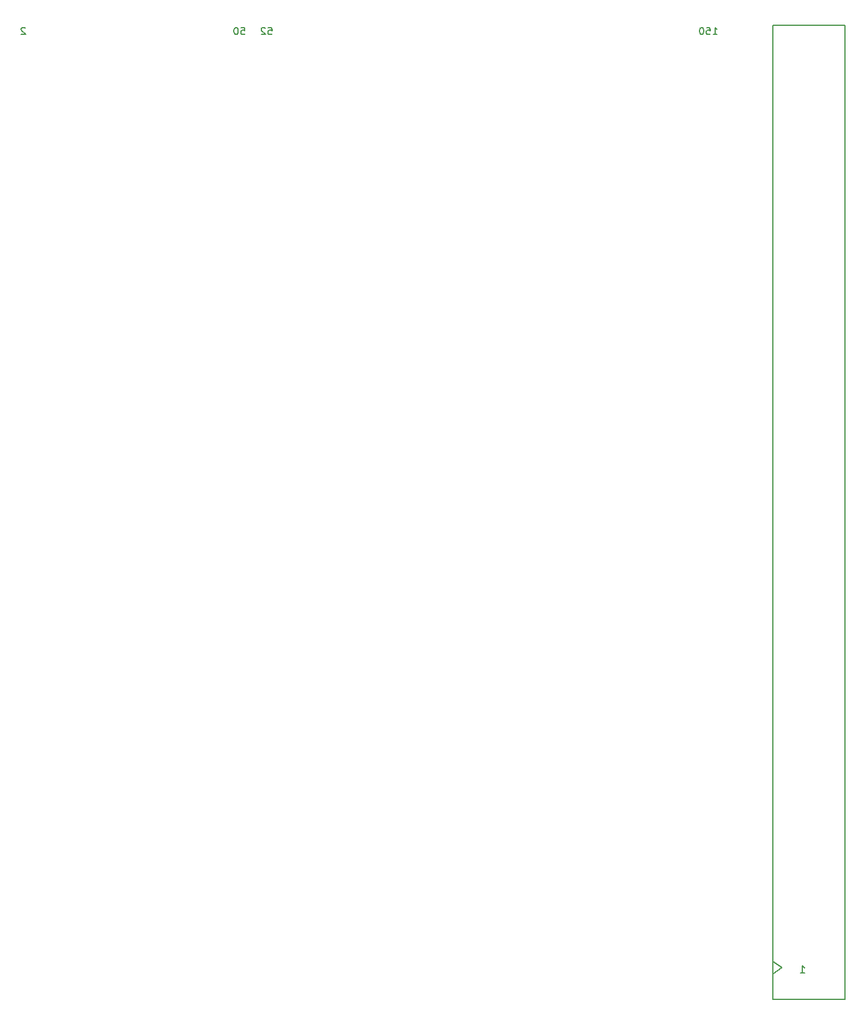
<source format=gbr>
%TF.GenerationSoftware,KiCad,Pcbnew,(5.1.6)-1*%
%TF.CreationDate,2023-02-01T13:27:27-05:00*%
%TF.ProjectId,A1200-adapter,41313230-302d-4616-9461-707465722e6b,rev?*%
%TF.SameCoordinates,Original*%
%TF.FileFunction,Legend,Bot*%
%TF.FilePolarity,Positive*%
%FSLAX46Y46*%
G04 Gerber Fmt 4.6, Leading zero omitted, Abs format (unit mm)*
G04 Created by KiCad (PCBNEW (5.1.6)-1) date 2023-02-01 13:27:27*
%MOMM*%
%LPD*%
G01*
G04 APERTURE LIST*
%ADD10C,0.150000*%
G04 APERTURE END LIST*
D10*
X157087605Y-172227500D02*
X157659034Y-172227500D01*
X157373320Y-172227500D02*
X157373320Y-171227500D01*
X157468558Y-171370358D01*
X157563796Y-171465596D01*
X157659034Y-171513215D01*
%TO.C,CON1*%
X163332000Y-38730000D02*
X153172000Y-38730000D01*
X163332000Y-175890000D02*
X163332000Y-38730000D01*
X153172000Y-175890000D02*
X163332000Y-175890000D01*
X153172000Y-38730000D02*
X153172000Y-175890000D01*
X153172000Y-172334000D02*
X154442000Y-171445000D01*
X153172000Y-170556000D02*
X153172000Y-172334000D01*
X154442000Y-171445000D02*
X153172000Y-170556000D01*
%TO.C,CON2*%
X47862414Y-39161439D02*
X47814795Y-39113820D01*
X47719557Y-39066200D01*
X47481461Y-39066200D01*
X47386223Y-39113820D01*
X47338604Y-39161439D01*
X47290985Y-39256677D01*
X47290985Y-39351915D01*
X47338604Y-39494772D01*
X47910033Y-40066200D01*
X47290985Y-40066200D01*
X78284635Y-39068740D02*
X78760825Y-39068740D01*
X78808444Y-39544931D01*
X78760825Y-39497312D01*
X78665587Y-39449693D01*
X78427492Y-39449693D01*
X78332254Y-39497312D01*
X78284635Y-39544931D01*
X78237016Y-39640169D01*
X78237016Y-39878264D01*
X78284635Y-39973502D01*
X78332254Y-40021121D01*
X78427492Y-40068740D01*
X78665587Y-40068740D01*
X78760825Y-40021121D01*
X78808444Y-39973502D01*
X77617968Y-39068740D02*
X77522730Y-39068740D01*
X77427492Y-39116360D01*
X77379873Y-39163979D01*
X77332254Y-39259217D01*
X77284635Y-39449693D01*
X77284635Y-39687788D01*
X77332254Y-39878264D01*
X77379873Y-39973502D01*
X77427492Y-40021121D01*
X77522730Y-40068740D01*
X77617968Y-40068740D01*
X77713206Y-40021121D01*
X77760825Y-39973502D01*
X77808444Y-39878264D01*
X77856063Y-39687788D01*
X77856063Y-39449693D01*
X77808444Y-39259217D01*
X77760825Y-39163979D01*
X77713206Y-39116360D01*
X77617968Y-39068740D01*
X82112415Y-39068740D02*
X82588605Y-39068740D01*
X82636224Y-39544931D01*
X82588605Y-39497312D01*
X82493367Y-39449693D01*
X82255272Y-39449693D01*
X82160034Y-39497312D01*
X82112415Y-39544931D01*
X82064796Y-39640169D01*
X82064796Y-39878264D01*
X82112415Y-39973502D01*
X82160034Y-40021121D01*
X82255272Y-40068740D01*
X82493367Y-40068740D01*
X82588605Y-40021121D01*
X82636224Y-39973502D01*
X81683843Y-39163979D02*
X81636224Y-39116360D01*
X81540986Y-39068740D01*
X81302891Y-39068740D01*
X81207653Y-39116360D01*
X81160034Y-39163979D01*
X81112415Y-39259217D01*
X81112415Y-39354455D01*
X81160034Y-39497312D01*
X81731462Y-40068740D01*
X81112415Y-40068740D01*
X144770986Y-40063660D02*
X145342415Y-40063660D01*
X145056700Y-40063660D02*
X145056700Y-39063660D01*
X145151939Y-39206518D01*
X145247177Y-39301756D01*
X145342415Y-39349375D01*
X143866224Y-39063660D02*
X144342415Y-39063660D01*
X144390034Y-39539851D01*
X144342415Y-39492232D01*
X144247177Y-39444613D01*
X144009081Y-39444613D01*
X143913843Y-39492232D01*
X143866224Y-39539851D01*
X143818605Y-39635089D01*
X143818605Y-39873184D01*
X143866224Y-39968422D01*
X143913843Y-40016041D01*
X144009081Y-40063660D01*
X144247177Y-40063660D01*
X144342415Y-40016041D01*
X144390034Y-39968422D01*
X143199558Y-39063660D02*
X143104320Y-39063660D01*
X143009081Y-39111280D01*
X142961462Y-39158899D01*
X142913843Y-39254137D01*
X142866224Y-39444613D01*
X142866224Y-39682708D01*
X142913843Y-39873184D01*
X142961462Y-39968422D01*
X143009081Y-40016041D01*
X143104320Y-40063660D01*
X143199558Y-40063660D01*
X143294796Y-40016041D01*
X143342415Y-39968422D01*
X143390034Y-39873184D01*
X143437653Y-39682708D01*
X143437653Y-39444613D01*
X143390034Y-39254137D01*
X143342415Y-39158899D01*
X143294796Y-39111280D01*
X143199558Y-39063660D01*
%TD*%
M02*

</source>
